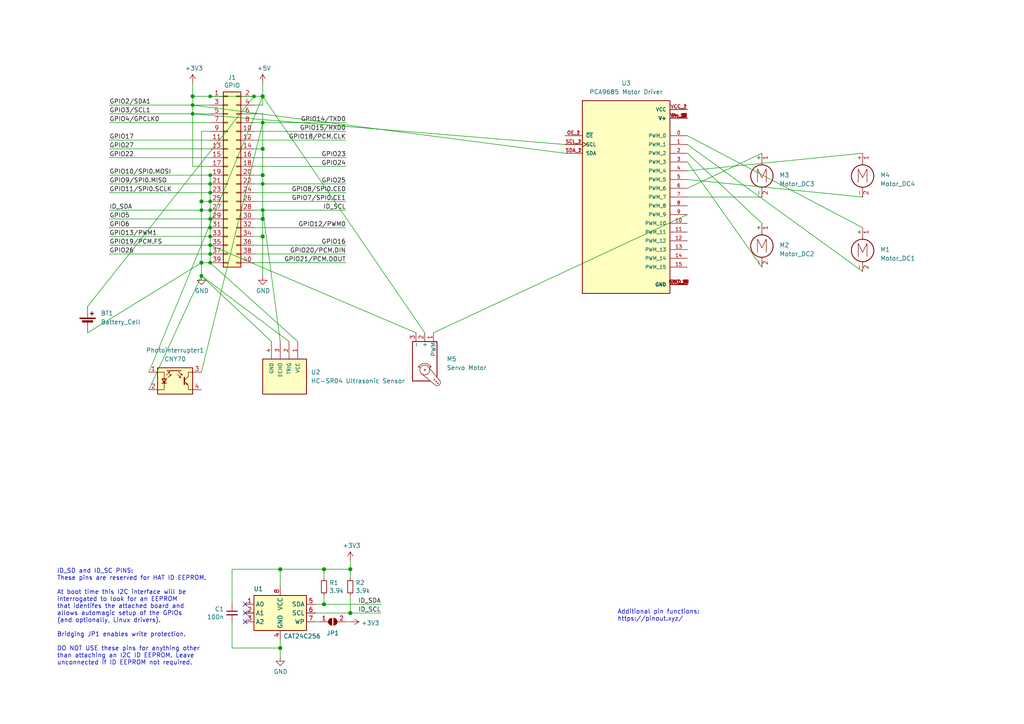
<source format=kicad_sch>
(kicad_sch (version 20231120) (generator "eeschema") (generator_version "8.0")
  (paper "A4")
  (title_block (date "15 nov 2012"))
  (lib_symbols
    (symbol "815:815" (pin_names (offset 1.016))
      (property "Reference" "U" (at -12.7 28.702 0))
      (property "Value" "815" (at -12.7 -30.48 0))
      (symbol "815_0_0"
        (rectangle (start -12.7 -27.94) (end 12.7 27.94) (stroke (width 0.254)) (fill (type background)))
        (pin output line (at 17.78 17.78 180) (length 5.08) (name "PWM_0") (number "0"))
        (pin output line (at 17.78 15.24 180) (length 5.08) (name "PWM_1") (number "1"))
        (pin output line (at 17.78 -7.62 180) (length 5.08) (name "PWM_10") (number "10"))
        (pin output line (at 17.78 -10.16 180) (length 5.08) (name "PWM_11") (number "11"))
        (pin output line (at 17.78 -12.7 180) (length 5.08) (name "PWM_12") (number "12"))
        (pin output line (at 17.78 -15.24 180) (length 5.08) (name "PWM_13") (number "13"))
        (pin output line (at 17.78 -17.78 180) (length 5.08) (name "PWM_14") (number "14"))
        (pin output line (at 17.78 -20.32 180) (length 5.08) (name "PWM_15") (number "15"))
        (pin output line (at 17.78 12.7 180) (length 5.08) (name "PWM_2") (number "2"))
        (pin output line (at 17.78 10.16 180) (length 5.08) (name "PWM_3") (number "3"))
        (pin output line (at 17.78 7.62 180) (length 5.08) (name "PWM_4") (number "4"))
        (pin output line (at 17.78 5.08 180) (length 5.08) (name "PWM_5") (number "5"))
        (pin output line (at 17.78 2.54 180) (length 5.08) (name "PWM_6") (number "6"))
        (pin output line (at 17.78 0 180) (length 5.08) (name "PWM_7") (number "7"))
        (pin output line (at 17.78 -2.54 180) (length 5.08) (name "PWM_8") (number "8"))
        (pin output line (at 17.78 -5.08 180) (length 5.08) (name "PWM_9") (number "9"))
        (pin power_in line (at 17.78 -25.4 180) (length 5.08) (name "GND") (number "GND_1"))
        (pin power_in line (at 17.78 -25.4 180) (length 5.08) (name "GND") (number "GND_10"))
        (pin power_in line (at 17.78 -25.4 180) (length 5.08) (name "GND") (number "GND_11"))
        (pin power_in line (at 17.78 -25.4 180) (length 5.08) (name "GND") (number "GND_12"))
        (pin power_in line (at 17.78 -25.4 180) (length 5.08) (name "GND") (number "GND_13"))
        (pin power_in line (at 17.78 -25.4 180) (length 5.08) (name "GND") (number "GND_14"))
        (pin power_in line (at 17.78 -25.4 180) (length 5.08) (name "GND") (number "GND_15"))
        (pin power_in line (at 17.78 -25.4 180) (length 5.08) (name "GND") (number "GND_16"))
        (pin power_in line (at 17.78 -25.4 180) (length 5.08) (name "GND") (number "GND_17"))
        (pin power_in line (at 17.78 -25.4 180) (length 5.08) (name "GND") (number "GND_18"))
        (pin power_in line (at 17.78 -25.4 180) (length 5.08) (name "GND") (number "GND_2"))
        (pin power_in line (at 17.78 -25.4 180) (length 5.08) (name "GND") (number "GND_3"))
        (pin power_in line (at 17.78 -25.4 180) (length 5.08) (name "GND") (number "GND_4"))
        (pin power_in line (at 17.78 -25.4 180) (length 5.08) (name "GND") (number "GND_5"))
        (pin power_in line (at 17.78 -25.4 180) (length 5.08) (name "GND") (number "GND_6"))
        (pin power_in line (at 17.78 -25.4 180) (length 5.08) (name "GND") (number "GND_7"))
        (pin power_in line (at 17.78 -25.4 180) (length 5.08) (name "GND") (number "GND_8"))
        (pin power_in line (at 17.78 -25.4 180) (length 5.08) (name "GND") (number "GND_9"))
        (pin input line (at -17.78 17.78 0) (length 5.08) (name "~{OE}") (number "OE_1"))
        (pin input line (at -17.78 17.78 0) (length 5.08) (name "~{OE}") (number "OE_2"))
        (pin input clock (at -17.78 15.24 0) (length 5.08) (name "SCL") (number "SCL_1"))
        (pin input clock (at -17.78 15.24 0) (length 5.08) (name "SCL") (number "SCL_2"))
        (pin bidirectional line (at -17.78 12.7 0) (length 5.08) (name "SDA") (number "SDA_1"))
        (pin bidirectional line (at -17.78 12.7 0) (length 5.08) (name "SDA") (number "SDA_2"))
        (pin power_in line (at 17.78 22.86 180) (length 5.08) (name "V+") (number "V+_1"))
        (pin power_in line (at 17.78 22.86 180) (length 5.08) (name "V+") (number "V+_10"))
        (pin power_in line (at 17.78 22.86 180) (length 5.08) (name "V+") (number "V+_11"))
        (pin power_in line (at 17.78 22.86 180) (length 5.08) (name "V+") (number "V+_12"))
        (pin power_in line (at 17.78 22.86 180) (length 5.08) (name "V+") (number "V+_13"))
        (pin power_in line (at 17.78 22.86 180) (length 5.08) (name "V+") (number "V+_14"))
        (pin power_in line (at 17.78 22.86 180) (length 5.08) (name "V+") (number "V+_15"))
        (pin power_in line (at 17.78 22.86 180) (length 5.08) (name "V+") (number "V+_16"))
        (pin power_in line (at 17.78 22.86 180) (length 5.08) (name "V+") (number "V+_17"))
        (pin power_in line (at 17.78 22.86 180) (length 5.08) (name "V+") (number "V+_18"))
        (pin power_in line (at 17.78 22.86 180) (length 5.08) (name "V+") (number "V+_2"))
        (pin power_in line (at 17.78 22.86 180) (length 5.08) (name "V+") (number "V+_3"))
        (pin power_in line (at 17.78 22.86 180) (length 5.08) (name "V+") (number "V+_4"))
        (pin power_in line (at 17.78 22.86 180) (length 5.08) (name "V+") (number "V+_5"))
        (pin power_in line (at 17.78 22.86 180) (length 5.08) (name "V+") (number "V+_6"))
        (pin power_in line (at 17.78 22.86 180) (length 5.08) (name "V+") (number "V+_7"))
        (pin power_in line (at 17.78 22.86 180) (length 5.08) (name "V+") (number "V+_8"))
        (pin power_in line (at 17.78 22.86 180) (length 5.08) (name "V+") (number "V+_9"))
        (pin power_in line (at 17.78 25.4 180) (length 5.08) (name "VCC") (number "VCC_1"))
        (pin power_in line (at 17.78 25.4 180) (length 5.08) (name "VCC") (number "VCC_2"))
      )
    )
    (symbol "Connector_Generic:Conn_02x20_Odd_Even" (pin_names (offset 1.016) hide)
      (property "Reference" "J" (at 1.27 25.4 0))
      (property "Value" "Conn_02x20_Odd_Even" (at 1.27 -27.94 0))
      (symbol "Conn_02x20_Odd_Even_1_1"
        (rectangle (start -1.27 -25.273) (end 0 -25.527) (stroke (width 0.1524)))
        (rectangle (start -1.27 -22.733) (end 0 -22.987) (stroke (width 0.1524)))
        (rectangle (start -1.27 -20.193) (end 0 -20.447) (stroke (width 0.1524)))
        (rectangle (start -1.27 -17.653) (end 0 -17.907) (stroke (width 0.1524)))
        (rectangle (start -1.27 -15.113) (end 0 -15.367) (stroke (width 0.1524)))
        (rectangle (start -1.27 -12.573) (end 0 -12.827) (stroke (width 0.1524)))
        (rectangle (start -1.27 -10.033) (end 0 -10.287) (stroke (width 0.1524)))
        (rectangle (start -1.27 -7.493) (end 0 -7.747) (stroke (width 0.1524)))
        (rectangle (start -1.27 -4.953) (end 0 -5.207) (stroke (width 0.1524)))
        (rectangle (start -1.27 -2.413) (end 0 -2.667) (stroke (width 0.1524)))
        (rectangle (start -1.27 0.127) (end 0 -0.127) (stroke (width 0.1524)))
        (rectangle (start -1.27 2.667) (end 0 2.413) (stroke (width 0.1524)))
        (rectangle (start -1.27 5.207) (end 0 4.953) (stroke (width 0.1524)))
        (rectangle (start -1.27 7.747) (end 0 7.493) (stroke (width 0.1524)))
        (rectangle (start -1.27 10.287) (end 0 10.033) (stroke (width 0.1524)))
        (rectangle (start -1.27 12.827) (end 0 12.573) (stroke (width 0.1524)))
        (rectangle (start -1.27 15.367) (end 0 15.113) (stroke (width 0.1524)))
        (rectangle (start -1.27 17.907) (end 0 17.653) (stroke (width 0.1524)))
        (rectangle (start -1.27 20.447) (end 0 20.193) (stroke (width 0.1524)))
        (rectangle (start -1.27 22.987) (end 0 22.733) (stroke (width 0.1524)))
        (rectangle (start -1.27 24.13) (end 3.81 -26.67) (stroke (width 0.254)) (fill (type background)))
        (rectangle (start 3.81 -25.273) (end 2.54 -25.527) (stroke (width 0.1524)))
        (rectangle (start 3.81 -22.733) (end 2.54 -22.987) (stroke (width 0.1524)))
        (rectangle (start 3.81 -20.193) (end 2.54 -20.447) (stroke (width 0.1524)))
        (rectangle (start 3.81 -17.653) (end 2.54 -17.907) (stroke (width 0.1524)))
        (rectangle (start 3.81 -15.113) (end 2.54 -15.367) (stroke (width 0.1524)))
        (rectangle (start 3.81 -12.573) (end 2.54 -12.827) (stroke (width 0.1524)))
        (rectangle (start 3.81 -10.033) (end 2.54 -10.287) (stroke (width 0.1524)))
        (rectangle (start 3.81 -7.493) (end 2.54 -7.747) (stroke (width 0.1524)))
        (rectangle (start 3.81 -4.953) (end 2.54 -5.207) (stroke (width 0.1524)))
        (rectangle (start 3.81 -2.413) (end 2.54 -2.667) (stroke (width 0.1524)))
        (rectangle (start 3.81 0.127) (end 2.54 -0.127) (stroke (width 0.1524)))
        (rectangle (start 3.81 2.667) (end 2.54 2.413) (stroke (width 0.1524)))
        (rectangle (start 3.81 5.207) (end 2.54 4.953) (stroke (width 0.1524)))
        (rectangle (start 3.81 7.747) (end 2.54 7.493) (stroke (width 0.1524)))
        (rectangle (start 3.81 10.287) (end 2.54 10.033) (stroke (width 0.1524)))
        (rectangle (start 3.81 12.827) (end 2.54 12.573) (stroke (width 0.1524)))
        (rectangle (start 3.81 15.367) (end 2.54 15.113) (stroke (width 0.1524)))
        (rectangle (start 3.81 17.907) (end 2.54 17.653) (stroke (width 0.1524)))
        (rectangle (start 3.81 20.447) (end 2.54 20.193) (stroke (width 0.1524)))
        (rectangle (start 3.81 22.987) (end 2.54 22.733) (stroke (width 0.1524)))
        (pin passive line (at -5.08 22.86 0) (length 3.81) (name "Pin_1") (number "1"))
        (pin passive line (at 7.62 12.7 180) (length 3.81) (name "Pin_10") (number "10"))
        (pin passive line (at -5.08 10.16 0) (length 3.81) (name "Pin_11") (number "11"))
        (pin passive line (at 7.62 10.16 180) (length 3.81) (name "Pin_12") (number "12"))
        (pin passive line (at -5.08 7.62 0) (length 3.81) (name "Pin_13") (number "13"))
        (pin passive line (at 7.62 7.62 180) (length 3.81) (name "Pin_14") (number "14"))
        (pin passive line (at -5.08 5.08 0) (length 3.81) (name "Pin_15") (number "15"))
        (pin passive line (at 7.62 5.08 180) (length 3.81) (name "Pin_16") (number "16"))
        (pin passive line (at -5.08 2.54 0) (length 3.81) (name "Pin_17") (number "17"))
        (pin passive line (at 7.62 2.54 180) (length 3.81) (name "Pin_18") (number "18"))
        (pin passive line (at -5.08 0 0) (length 3.81) (name "Pin_19") (number "19"))
        (pin passive line (at 7.62 22.86 180) (length 3.81) (name "Pin_2") (number "2"))
        (pin passive line (at 7.62 0 180) (length 3.81) (name "Pin_20") (number "20"))
        (pin passive line (at -5.08 -2.54 0) (length 3.81) (name "Pin_21") (number "21"))
        (pin passive line (at 7.62 -2.54 180) (length 3.81) (name "Pin_22") (number "22"))
        (pin passive line (at -5.08 -5.08 0) (length 3.81) (name "Pin_23") (number "23"))
        (pin passive line (at 7.62 -5.08 180) (length 3.81) (name "Pin_24") (number "24"))
        (pin passive line (at -5.08 -7.62 0) (length 3.81) (name "Pin_25") (number "25"))
        (pin passive line (at 7.62 -7.62 180) (length 3.81) (name "Pin_26") (number "26"))
        (pin passive line (at -5.08 -10.16 0) (length 3.81) (name "Pin_27") (number "27"))
        (pin passive line (at 7.62 -10.16 180) (length 3.81) (name "Pin_28") (number "28"))
        (pin passive line (at -5.08 -12.7 0) (length 3.81) (name "Pin_29") (number "29"))
        (pin passive line (at -5.08 20.32 0) (length 3.81) (name "Pin_3") (number "3"))
        (pin passive line (at 7.62 -12.7 180) (length 3.81) (name "Pin_30") (number "30"))
        (pin passive line (at -5.08 -15.24 0) (length 3.81) (name "Pin_31") (number "31"))
        (pin passive line (at 7.62 -15.24 180) (length 3.81) (name "Pin_32") (number "32"))
        (pin passive line (at -5.08 -17.78 0) (length 3.81) (name "Pin_33") (number "33"))
        (pin passive line (at 7.62 -17.78 180) (length 3.81) (name "Pin_34") (number "34"))
        (pin passive line (at -5.08 -20.32 0) (length 3.81) (name "Pin_35") (number "35"))
        (pin passive line (at 7.62 -20.32 180) (length 3.81) (name "Pin_36") (number "36"))
        (pin passive line (at -5.08 -22.86 0) (length 3.81) (name "Pin_37") (number "37"))
        (pin passive line (at 7.62 -22.86 180) (length 3.81) (name "Pin_38") (number "38"))
        (pin passive line (at -5.08 -25.4 0) (length 3.81) (name "Pin_39") (number "39"))
        (pin passive line (at 7.62 20.32 180) (length 3.81) (name "Pin_4") (number "4"))
        (pin passive line (at 7.62 -25.4 180) (length 3.81) (name "Pin_40") (number "40"))
        (pin passive line (at -5.08 17.78 0) (length 3.81) (name "Pin_5") (number "5"))
        (pin passive line (at 7.62 17.78 180) (length 3.81) (name "Pin_6") (number "6"))
        (pin passive line (at -5.08 15.24 0) (length 3.81) (name "Pin_7") (number "7"))
        (pin passive line (at 7.62 15.24 180) (length 3.81) (name "Pin_8") (number "8"))
        (pin passive line (at -5.08 12.7 0) (length 3.81) (name "Pin_9") (number "9"))
      )
    )
    (symbol "Device:Battery_Cell" (pin_numbers hide) (pin_names (offset 0) hide)
      (property "Reference" "BT" (at 2.54 2.54 0))
      (property "Value" "Battery_Cell" (at 2.54 0 0))
      (symbol "Battery_Cell_0_1"
        (rectangle (start -2.286 1.778) (end 2.286 1.524) (fill (type outline)))
        (rectangle (start -1.524 1.016) (end 1.524 0.508) (fill (type outline)))
        (polyline (pts (xy 0 0.762) (xy 0 0)))
        (polyline (pts (xy 0 1.778) (xy 0 2.54)))
        (polyline (pts (xy 0.762 3.048) (xy 1.778 3.048)) (stroke (width 0.254)))
        (polyline (pts (xy 1.27 3.556) (xy 1.27 2.54)) (stroke (width 0.254)))
      )
      (symbol "Battery_Cell_1_1"
        (pin passive line (at 0 5.08 270) (length 2.54) (name "+") (number "1"))
        (pin passive line (at 0 -2.54 90) (length 2.54) (name "-") (number "2"))
      )
    )
    (symbol "Device:C_Small" (pin_numbers hide) (pin_names (offset 0.254) hide)
      (property "Reference" "C" (at 0.254 1.778 0))
      (property "Value" "C_Small" (at 0.254 -2.032 0))
      (symbol "C_Small_0_1"
        (polyline (pts (xy -1.524 -0.508) (xy 1.524 -0.508)) (stroke (width 0.3302)))
        (polyline (pts (xy -1.524 0.508) (xy 1.524 0.508)) (stroke (width 0.3048)))
      )
      (symbol "C_Small_1_1"
        (pin passive line (at 0 2.54 270) (length 2.032) (name "~") (number "1"))
        (pin passive line (at 0 -2.54 90) (length 2.032) (name "~") (number "2"))
      )
    )
    (symbol "Device:R_Small" (pin_numbers hide) (pin_names (offset 0.254) hide)
      (property "Reference" "R" (at 0.762 0.508 0))
      (property "Value" "R_Small" (at 0.762 -1.016 0))
      (symbol "R_Small_0_1"
        (rectangle (start -0.762 1.778) (end 0.762 -1.778) (stroke (width 0.2032)))
      )
      (symbol "R_Small_1_1"
        (pin passive line (at 0 2.54 270) (length 0.762) (name "~") (number "1"))
        (pin passive line (at 0 -2.54 90) (length 0.762) (name "~") (number "2"))
      )
    )
    (symbol "HC-SR04:HC-SR04" (pin_names (offset 1.016))
      (property "Reference" "U" (at 0 5.0813 0))
      (property "Value" "HC-SR04" (at 0 -10.163 0))
      (symbol "HC-SR04_0_0"
        (rectangle (start 0 -7.62) (end 10.16 5.08) (stroke (width 0.254)) (fill (type background)))
        (pin power_in line (at -5.08 2.54 0) (length 5.08) (name "VCC") (number "1"))
        (pin bidirectional line (at -5.08 0 0) (length 5.08) (name "TRIG") (number "2"))
        (pin bidirectional line (at -5.08 -2.54 0) (length 5.08) (name "ECHO") (number "3"))
        (pin power_in line (at -5.08 -5.08 0) (length 5.08) (name "GND") (number "4"))
      )
    )
    (symbol "Jumper:SolderJumper_2_Open" (pin_names (offset 0) hide)
      (property "Reference" "JP" (at 0 2.032 0))
      (property "Value" "SolderJumper_2_Open" (at 0 -2.54 0))
      (symbol "SolderJumper_2_Open_0_1"
        (arc (start -0.254 1.016) (mid -1.2656 0) (end -0.254 -1.016))
        (arc (start -0.254 1.016) (mid -1.2656 0) (end -0.254 -1.016) (fill (type outline)))
        (polyline (pts (xy -0.254 1.016) (xy -0.254 -1.016)))
        (polyline (pts (xy 0.254 1.016) (xy 0.254 -1.016)))
        (arc (start 0.254 -1.016) (mid 1.2656 0) (end 0.254 1.016))
        (arc (start 0.254 -1.016) (mid 1.2656 0) (end 0.254 1.016) (fill (type outline)))
      )
      (symbol "SolderJumper_2_Open_1_1"
        (pin passive line (at -3.81 0 0) (length 2.54) (name "A") (number "1"))
        (pin passive line (at 3.81 0 180) (length 2.54) (name "B") (number "2"))
      )
    )
    (symbol "Memory_EEPROM:CAT24C256"
      (property "Reference" "U" (at -6.35 6.35 0))
      (property "Value" "CAT24C256" (at 1.27 6.35 0))
      (symbol "CAT24C256_1_1"
        (rectangle (start -7.62 5.08) (end 7.62 -5.08) (stroke (width 0.254)) (fill (type background)))
        (pin input line (at -10.16 2.54 0) (length 2.54) (name "A0") (number "1"))
        (pin input line (at -10.16 0 0) (length 2.54) (name "A1") (number "2"))
        (pin input line (at -10.16 -2.54 0) (length 2.54) (name "A2") (number "3"))
        (pin power_in line (at 0 -7.62 90) (length 2.54) (name "GND") (number "4"))
        (pin bidirectional line (at 10.16 2.54 180) (length 2.54) (name "SDA") (number "5"))
        (pin input line (at 10.16 0 180) (length 2.54) (name "SCL") (number "6"))
        (pin input line (at 10.16 -2.54 180) (length 2.54) (name "WP") (number "7"))
        (pin power_in line (at 0 7.62 270) (length 2.54) (name "VCC") (number "8"))
      )
    )
    (symbol "Motor:Motor_DC" (pin_names (offset 0))
      (property "Reference" "M" (at 2.54 2.54 0))
      (property "Value" "Motor_DC" (at 2.54 -5.08 0))
      (symbol "Motor_DC_0_0"
        (polyline (pts (xy -1.27 -3.302) (xy -1.27 0.508) (xy 0 -2.032) (xy 1.27 0.508) (xy 1.27 -3.302)))
      )
      (symbol "Motor_DC_0_1"
        (circle (center 0 -1.524) (radius 3.2512) (stroke (width 0.254)))
        (polyline (pts (xy 0 -7.62) (xy 0 -7.112)))
        (polyline (pts (xy 0 -4.7752) (xy 0 -5.1816)))
        (polyline (pts (xy 0 1.7272) (xy 0 2.0828)))
        (polyline (pts (xy 0 2.032) (xy 0 2.54)))
      )
      (symbol "Motor_DC_1_1"
        (pin passive line (at 0 5.08 270) (length 2.54) (name "+") (number "1"))
        (pin passive line (at 0 -7.62 90) (length 2.54) (name "-") (number "2"))
      )
    )
    (symbol "Motor:Motor_Servo" (pin_names (offset 0.0254))
      (property "Reference" "M" (at -5.08 4.445 0))
      (property "Value" "Motor_Servo" (at -5.08 -4.064 0))
      (symbol "Motor_Servo_0_1"
        (polyline (pts (xy 2.413 -1.778) (xy 2.032 -1.778)))
        (polyline (pts (xy 2.413 -1.778) (xy 2.286 -1.397)))
        (polyline (pts (xy 2.413 1.778) (xy 1.905 1.778)))
        (polyline (pts (xy 2.413 1.778) (xy 2.286 1.397)))
        (polyline (pts (xy 6.35 4.445) (xy 2.54 1.27)))
        (polyline (pts (xy 7.62 3.175) (xy 4.191 -1.016)))
        (polyline (pts (xy 5.08 3.556) (xy -5.08 3.556) (xy -5.08 -3.556) (xy 6.35 -3.556) (xy 6.35 1.524)) (stroke (width 0.254)))
        (arc (start 2.413 1.778) (mid 1.2406 0) (end 2.413 -1.778))
        (circle (center 3.175 0) (radius 0.1778))
        (circle (center 3.175 0) (radius 1.4224))
        (circle (center 5.969 2.794) (radius 0.127))
        (circle (center 6.477 3.302) (radius 0.127))
        (circle (center 6.985 3.81) (radius 0.127))
        (arc (start 7.62 3.175) (mid 7.4485 4.2735) (end 6.35 4.445))
      )
      (symbol "Motor_Servo_1_1"
        (pin passive line (at -7.62 2.54 0) (length 2.54) (name "PWM") (number "1"))
        (pin passive line (at -7.62 0 0) (length 2.54) (name "+") (number "2"))
        (pin passive line (at -7.62 -2.54 0) (length 2.54) (name "-") (number "3"))
      )
    )
    (symbol "Sensor_Proximity:CNY70" (pin_names (offset 1.016) hide)
      (property "Reference" "U" (at -5.08 5.08 0))
      (property "Value" "CNY70" (at 5.08 5.08 0))
      (symbol "CNY70_0_1"
        (polyline (pts (xy -3.81 -0.635) (xy -2.54 -0.635)) (stroke (width 0.254)))
        (polyline (pts (xy -2.286 2.921) (xy -2.032 3.175)))
        (polyline (pts (xy -1.778 2.921) (xy -1.524 3.175)))
        (polyline (pts (xy -1.524 2.667) (xy -1.651 2.159)))
        (polyline (pts (xy -1.27 2.921) (xy -1.016 3.175)))
        (polyline (pts (xy -1.143 1.905) (xy -1.27 1.397)))
        (polyline (pts (xy -0.762 2.921) (xy -0.508 3.175)))
        (polyline (pts (xy -0.254 2.921) (xy 0 3.175)))
        (polyline (pts (xy 0.254 2.921) (xy 0.508 3.175)))
        (polyline (pts (xy 0.762 2.921) (xy 1.016 3.175)))
        (polyline (pts (xy 1.27 2.921) (xy 1.524 3.175)))
        (polyline (pts (xy 1.651 0.889) (xy 1.143 1.016)))
        (polyline (pts (xy 1.778 2.921) (xy -2.413 2.921)))
        (polyline (pts (xy 2.032 1.651) (xy 1.524 1.778)))
        (polyline (pts (xy 2.667 -0.127) (xy 3.81 -1.27)))
        (polyline (pts (xy 2.667 0.127) (xy 3.81 1.27)))
        (polyline (pts (xy -2.54 1.651) (xy -1.524 2.667) (xy -2.032 2.54)))
        (polyline (pts (xy -2.159 0.889) (xy -1.143 1.905) (xy -1.651 1.778)))
        (polyline (pts (xy 0.635 1.905) (xy 1.651 0.889) (xy 1.524 1.397)))
        (polyline (pts (xy 1.016 2.667) (xy 2.032 1.651) (xy 1.905 2.159)))
        (polyline (pts (xy 2.667 1.016) (xy 2.667 -1.016) (xy 2.667 -1.016)) (stroke (width 0.3556)))
        (polyline (pts (xy 3.81 -1.27) (xy 3.81 -2.54) (xy 5.08 -2.54)))
        (polyline (pts (xy 3.81 1.27) (xy 3.81 2.54) (xy 5.08 2.54)))
        (polyline (pts (xy -5.08 -2.54) (xy -3.175 -2.54) (xy -3.175 2.54) (xy -5.08 2.54)))
        (polyline (pts (xy -3.175 -0.635) (xy -3.81 0.635) (xy -2.54 0.635) (xy -3.175 -0.635)) (stroke (width 0.254)))
        (polyline (pts (xy 3.683 -1.143) (xy 3.429 -0.635) (xy 3.175 -0.889) (xy 3.683 -1.143)))
        (polyline (pts (xy -5.08 -3.81) (xy 5.08 -3.81) (xy 5.08 3.81) (xy -5.08 3.81) (xy -5.08 -3.81)) (stroke (width 0.254)) (fill (type background)))
      )
      (symbol "CNY70_1_1"
        (pin passive line (at -7.62 2.54 0) (length 2.54) (name "A") (number "1"))
        (pin passive line (at -7.62 -2.54 0) (length 2.54) (name "K") (number "2"))
        (pin open_collector line (at 7.62 2.54 180) (length 2.54) (name "C") (number "3"))
        (pin open_emitter line (at 7.62 -2.54 180) (length 2.54) (name "E") (number "4"))
      )
    )
    (symbol "power:+3.3V" (power) (pin_names (offset 0))
      (property "Value" "+3.3V" (at 0 3.556 0))
      (symbol "+3.3V_0_1"
        (polyline (pts (xy -0.762 1.27) (xy 0 2.54)))
        (polyline (pts (xy 0 0) (xy 0 2.54)))
        (polyline (pts (xy 0 2.54) (xy 0.762 1.27)))
      )
      (symbol "+3.3V_1_1"
        (pin power_in line (at 0 0 90) (length 0) hide (name "+3V3") (number "1"))
      )
    )
    (symbol "power:+5V" (power) (pin_names (offset 0))
      (property "Value" "+5V" (at 0 3.556 0))
      (symbol "+5V_0_1"
        (polyline (pts (xy -0.762 1.27) (xy 0 2.54)))
        (polyline (pts (xy 0 0) (xy 0 2.54)))
        (polyline (pts (xy 0 2.54) (xy 0.762 1.27)))
      )
      (symbol "+5V_1_1"
        (pin power_in line (at 0 0 90) (length 0) hide (name "+5V") (number "1"))
      )
    )
    (symbol "power:GND" (power) (pin_names (offset 0))
      (property "Value" "GND" (at 0 -3.81 0))
      (symbol "GND_0_1"
        (polyline (pts (xy 0 0) (xy 0 -1.27) (xy 1.27 -1.27) (xy 0 -2.54) (xy -1.27 -1.27) (xy 0 -1.27)))
      )
      (symbol "GND_1_1"
        (pin power_in line (at 0 0 270) (length 0) hide (name "GND") (number "1"))
      )
    )
  )
  (junction (at 93.98 175.26) (diameter 1.016))
  (junction (at 76.2 27.94) (diameter 1.016))
  (junction (at 81.28 187.96) (diameter 1.016))
  (junction (at 60.96 55.88))
  (junction (at 76.2 43.18) (diameter 1.016))
  (junction (at 81.28 165.1) (diameter 1.016))
  (junction (at 60.96 50.8))
  (junction (at 60.96 58.42))
  (junction (at 60.96 76.2))
  (junction (at 55.88 33.02))
  (junction (at 76.2 60.96))
  (junction (at 101.6 165.1) (diameter 1.016))
  (junction (at 58.42 80.01))
  (junction (at 76.2 53.34))
  (junction (at 60.96 71.12))
  (junction (at 55.88 30.48))
  (junction (at 60.96 27.94))
  (junction (at 58.42 76.2) (diameter 1.016))
  (junction (at 60.96 68.58))
  (junction (at 58.42 58.42) (diameter 1.016))
  (junction (at 76.2 68.58) (diameter 1.016))
  (junction (at 60.96 66.04))
  (junction (at 60.96 63.5))
  (junction (at 76.2 35.56))
  (junction (at 73.66 27.94))
  (junction (at 60.96 60.96))
  (junction (at 76.2 63.5) (diameter 1.016))
  (junction (at 76.2 50.8) (diameter 1.016))
  (junction (at 101.6 177.8) (diameter 1.016))
  (junction (at 60.96 73.66))
  (junction (at 60.96 53.34))
  (junction (at 58.42 60.96))
  (junction (at 55.88 27.94) (diameter 1.016))
  (junction (at 93.98 165.1) (diameter 1.016))
  (no_connect (at 71.12 175.26))
  (no_connect (at 71.12 177.8))
  (no_connect (at 71.12 180.34))
  (wire (pts (xy 58.42 58.42) (xy 58.42 60.96)))
  (wire (pts (xy 73.66 58.42) (xy 100.33 58.42)))
  (wire (pts (xy 60.96 40.64) (xy 31.75 40.64)))
  (wire (pts (xy 81.28 165.1) (xy 93.98 165.1)))
  (wire (pts (xy 101.6 165.1) (xy 93.98 165.1)))
  (wire (pts (xy 101.6 167.64) (xy 101.6 165.1)))
  (wire (pts (xy 76.2 33.02) (xy 76.2 35.56)))
  (wire (pts (xy 76.2 50.8) (xy 73.66 50.8)))
  (wire (pts (xy 58.42 80.01) (xy 78.74 99.06)))
  (wire (pts (xy 220.98 77.47) (xy 199.39 46.99)))
  (wire (pts (xy 76.2 63.5) (xy 76.2 68.58)))
  (wire (pts (xy 25.4 96.52) (xy 58.42 76.2)))
  (wire (pts (xy 60.96 60.96) (xy 60.96 58.42)))
  (wire (pts (xy 55.88 33.02) (xy 55.88 48.26)))
  (wire (pts (xy 60.96 68.58) (xy 60.96 66.04)))
  (wire (pts (xy 55.88 33.02) (xy 60.96 33.02)))
  (wire (pts (xy 76.2 50.8) (xy 76.2 53.34)))
  (wire (pts (xy 73.66 35.56) (xy 76.2 35.56)))
  (wire (pts (xy 58.42 38.1) (xy 58.42 58.42)))
  (wire (pts (xy 91.44 175.26) (xy 93.98 175.26)))
  (wire (pts (xy 93.98 175.26) (xy 110.49 175.26)))
  (wire (pts (xy 76.2 60.96) (xy 73.66 60.96)))
  (wire (pts (xy 220.98 64.77) (xy 199.39 44.45)))
  (wire (pts (xy 58.42 38.1) (xy 60.96 38.1)))
  (wire (pts (xy 91.44 180.34) (xy 92.71 180.34)))
  (wire (pts (xy 100.33 180.34) (xy 101.6 180.34)))
  (wire (pts (xy 73.66 55.88) (xy 100.33 55.88)))
  (wire (pts (xy 120.65 96.52) (xy 60.96 71.12)))
  (wire (pts (xy 60.96 60.96) (xy 58.42 60.96)))
  (wire (pts (xy 60.96 73.66) (xy 60.96 71.12)))
  (wire (pts (xy 31.75 63.5) (xy 60.96 63.5)))
  (wire (pts (xy 58.42 58.42) (xy 60.96 58.42)))
  (wire (pts (xy 101.6 162.56) (xy 101.6 165.1)))
  (wire (pts (xy 73.66 45.72) (xy 100.33 45.72)))
  (wire (pts (xy 81.28 165.1) (xy 81.28 170.18)))
  (wire (pts (xy 58.42 76.2) (xy 58.42 60.96)))
  (wire (pts (xy 73.66 76.2) (xy 100.33 76.2)))
  (wire (pts (xy 58.42 76.2) (xy 58.42 80.01)))
  (wire (pts (xy 31.75 43.18) (xy 60.96 43.18)))
  (wire (pts (xy 101.6 172.72) (xy 101.6 177.8)))
  (wire (pts (xy 55.88 24.13) (xy 55.88 27.94)))
  (wire (pts (xy 125.73 96.52) (xy 199.39 62.23)))
  (wire (pts (xy 76.2 68.58) (xy 73.66 68.58)))
  (wire (pts (xy 31.75 33.02) (xy 55.88 33.02)))
  (wire (pts (xy 55.88 30.48) (xy 55.88 33.02)))
  (wire (pts (xy 60.96 63.5) (xy 60.96 60.96)))
  (wire (pts (xy 76.2 35.56) (xy 76.2 43.18)))
  (wire (pts (xy 60.96 53.34) (xy 60.96 50.8)))
  (wire (pts (xy 31.75 55.88) (xy 60.96 55.88)))
  (wire (pts (xy 25.4 88.9) (xy 73.66 27.94)))
  (wire (pts (xy 55.88 48.26) (xy 60.96 48.26)))
  (wire (pts (xy 60.96 58.42) (xy 60.96 55.88)))
  (wire (pts (xy 60.96 30.48) (xy 55.88 30.48)))
  (wire (pts (xy 76.2 27.94) (xy 76.2 30.48)))
  (wire (pts (xy 76.2 43.18) (xy 76.2 50.8)))
  (wire (pts (xy 73.66 40.64) (xy 100.33 40.64)))
  (wire (pts (xy 76.2 43.18) (xy 73.66 43.18)))
  (wire (pts (xy 76.2 24.13) (xy 76.2 27.94)))
  (wire (pts (xy 31.75 35.56) (xy 60.96 35.56)))
  (wire (pts (xy 93.98 165.1) (xy 93.98 167.64)))
  (wire (pts (xy 76.2 27.94) (xy 73.66 27.94)))
  (wire (pts (xy 55.88 27.94) (xy 55.88 30.48)))
  (wire (pts (xy 73.66 48.26) (xy 100.33 48.26)))
  (wire (pts (xy 73.66 38.1) (xy 100.33 38.1)))
  (wire (pts (xy 55.88 30.48) (xy 31.75 30.48)))
  (wire (pts (xy 93.98 172.72) (xy 93.98 175.26)))
  (wire (pts (xy 58.42 60.96) (xy 31.75 60.96)))
  (wire (pts (xy 91.44 177.8) (xy 101.6 177.8)))
  (wire (pts (xy 101.6 177.8) (xy 110.49 177.8)))
  (wire (pts (xy 76.2 60.96) (xy 76.2 63.5)))
  (wire (pts (xy 31.75 45.72) (xy 60.96 45.72)))
  (wire (pts (xy 220.98 44.45) (xy 199.39 54.61)))
  (wire (pts (xy 31.75 53.34) (xy 60.96 53.34)))
  (wire (pts (xy 199.39 39.37) (xy 250.19 66.04)))
  (wire (pts (xy 31.75 66.04) (xy 60.96 66.04)))
  (wire (pts (xy 73.66 27.94) (xy 60.96 27.94)))
  (wire (pts (xy 76.2 30.48) (xy 73.66 30.48)))
  (wire (pts (xy 76.2 53.34) (xy 76.2 60.96)))
  (wire (pts (xy 250.19 57.15) (xy 199.39 52.07)))
  (wire (pts (xy 31.75 71.12) (xy 60.96 71.12)))
  (wire (pts (xy 83.82 99.06) (xy 58.42 80.01)))
  (wire (pts (xy 73.66 71.12) (xy 100.33 71.12)))
  (wire (pts (xy 73.66 66.04) (xy 100.33 66.04)))
  (wire (pts (xy 58.42 76.2) (xy 60.96 76.2)))
  (wire (pts (xy 73.66 73.66) (xy 100.33 73.66)))
  (wire (pts (xy 76.2 33.02) (xy 73.66 33.02)))
  (wire (pts (xy 31.75 73.66) (xy 60.96 73.66)))
  (wire (pts (xy 43.18 107.95) (xy 76.2 27.94)))
  (wire (pts (xy 60.96 66.04) (xy 60.96 63.5)))
  (wire (pts (xy 67.31 165.1) (xy 67.31 175.26)))
  (wire (pts (xy 67.31 180.34) (xy 67.31 187.96)))
  (wire (pts (xy 67.31 187.96) (xy 81.28 187.96)))
  (wire (pts (xy 81.28 165.1) (xy 67.31 165.1)))
  (wire (pts (xy 81.28 185.42) (xy 81.28 187.96)))
  (wire (pts (xy 81.28 187.96) (xy 81.28 190.5)))
  (wire (pts (xy 163.83 41.91) (xy 55.88 33.02)))
  (wire (pts (xy 76.2 68.58) (xy 76.2 80.01)))
  (wire (pts (xy 60.96 55.88) (xy 60.96 53.34)))
  (wire (pts (xy 73.66 53.34) (xy 76.2 53.34)))
  (wire (pts (xy 60.96 68.58) (xy 31.75 68.58)))
  (wire (pts (xy 81.28 99.06) (xy 76.2 60.96)))
  (wire (pts (xy 76.2 35.56) (xy 100.33 35.56)))
  (wire (pts (xy 43.18 113.03) (xy 58.42 80.01)))
  (wire (pts (xy 58.42 107.95) (xy 76.2 35.56)))
  (wire (pts (xy 250.19 78.74) (xy 199.39 41.91)))
  (wire (pts (xy 60.96 76.2) (xy 60.96 73.66)))
  (wire (pts (xy 76.2 63.5) (xy 73.66 63.5)))
  (wire (pts (xy 123.19 96.52) (xy 76.2 27.94)))
  (wire (pts (xy 55.88 27.94) (xy 60.96 27.94)))
  (wire (pts (xy 199.39 57.15) (xy 220.98 57.15)))
  (wire (pts (xy 86.36 99.06) (xy 60.96 76.2)))
  (wire (pts (xy 250.19 44.45) (xy 199.39 49.53)))
  (wire (pts (xy 60.96 71.12) (xy 60.96 68.58)))
  (wire (pts (xy 163.83 44.45) (xy 55.88 30.48)))
  (wire (pts (xy 76.2 53.34) (xy 100.33 53.34)))
  (wire (pts (xy 60.96 50.8) (xy 31.75 50.8)))
  (wire (pts (xy 76.2 60.96) (xy 100.33 60.96)))
  (text "Additional pin functions:\nhttps://pinout.xyz/" (at 179.07 180.34 0) (effects (font (size 1.27 1.27)) (justify left bottom)))
  (text "ID_SD and ID_SC PINS:\nThese pins are reserved for HAT ID EEPROM.\n\nAt boot time this I2C interface will be\ninterrogated to look for an EEPROM\nthat identifes the attached board and\nallows automagic setup of the GPIOs\n(and optionally, Linux drivers).\n\nBridging JP1 enables write protection.\n\nDO NOT USE these pins for anything other\nthan attaching an I2C ID EEPROM. Leave\nunconnected if ID EEPROM not required." (at 16.51 193.04 0) (effects (font (size 1.27 1.27)) (justify left bottom)))
  (label "ID_SDA" (at 31.75 60.96 0))
  (label "GPIO6" (at 31.75 66.04 0))
  (label "ID_SDA" (at 110.49 175.26 180))
  (label "ID_SCL" (at 100.33 60.96 180))
  (label "GPIO5" (at 31.75 63.5 0))
  (label "GPIO21{slash}PCM.DOUT" (at 100.33 76.2 180))
  (label "GPIO19{slash}PCM.FS" (at 31.75 71.12 0))
  (label "GPIO10{slash}SPI0.MOSI" (at 31.75 50.8 0))
  (label "GPIO9{slash}SPI0.MISO" (at 31.75 53.34 0))
  (label "GPIO23" (at 100.33 45.72 180))
  (label "GPIO4{slash}GPCLK0" (at 31.75 35.56 0))
  (label "GPIO27" (at 31.75 43.18 0))
  (label "GPIO26" (at 31.75 73.66 0))
  (label "GPIO14{slash}TXD0" (at 100.33 35.56 180))
  (label "GPIO8{slash}SPI0.CE0" (at 100.33 55.88 180))
  (label "GPIO15{slash}RXD0" (at 100.33 38.1 180))
  (label "GPIO16" (at 100.33 71.12 180))
  (label "GPIO22" (at 31.75 45.72 0))
  (label "GPIO2{slash}SDA1" (at 31.75 30.48 0))
  (label "GPIO17" (at 31.75 40.64 0))
  (label "GPIO25" (at 100.33 53.34 180))
  (label "GPIO3{slash}SCL1" (at 31.75 33.02 0))
  (label "GPIO18{slash}PCM.CLK" (at 100.33 40.64 180))
  (label "GPIO12{slash}PWM0" (at 100.33 66.04 180))
  (label "GPIO13{slash}PWM1" (at 31.75 68.58 0))
  (label "GPIO20{slash}PCM.DIN" (at 100.33 73.66 180))
  (label "GPIO24" (at 100.33 48.26 180))
  (label "GPIO7{slash}SPI0.CE1" (at 100.33 58.42 180))
  (label "ID_SCL" (at 110.49 177.8 180))
  (label "GPIO11{slash}SPI0.SCLK" (at 31.75 55.88 0))
  (symbol (lib_id "power:+5V") (at 76.2 24.13 0) (unit 1)
    (property "Reference" "#PWR01" (effects (hide yes)))
    (property "Value" "+5V" (at 76.5683 19.8056 0))
  )
  (symbol (lib_id "power:+3.3V") (at 55.88 24.13 0) (unit 1)
    (property "Reference" "#PWR04" (effects (hide yes)))
    (property "Value" "+3V3" (at 56.2483 19.8056 0))
  )
  (symbol (lib_id "power:GND") (at 76.2 80.01 0) (unit 1)
    (property "Reference" "#PWR02" (effects (hide yes)))
    (property "Value" "GND" (at 76.3143 84.3344 0))
  )
  (symbol (lib_id "power:GND") (at 58.42 80.01 0) (unit 1)
    (property "Reference" "#PWR03" (effects (hide yes)))
    (property "Value" "GND" (at 58.5343 84.3344 0))
  )
  (symbol (lib_id "Connector_Generic:Conn_02x20_Odd_Even") (at 66.04 50.8 0) (unit 1)
    (property "Reference" "J1" (at 67.31 22.4598 0))
    (property "Value" "GPIO" (at 67.31 24.765 0))
    (property "Footprint" "Connector_PinSocket_2.54mm:PinSocket_2x20_P2.54mm_Vertical" (effects (hide yes)))
  )
  (symbol (lib_id "815:815") (at 181.61 57.15 0) (unit 1)
    (property "Reference" "U3" (at 181.61 24.13 0))
    (property "Value" "PCA9685 Motor Driver" (at 181.61 26.67 0))
    (property "Footprint" "815:MODULE_815" (effects (hide yes)))
    (property "MF" "Adafruit" (effects (hide yes)))
    (property "SNAPEDA_PACKAGE_ID" "124074" (effects (hide yes)))
    (property "Package" "Non-Standard Adafruit" (effects (hide yes)))
    (property "Price" "None" (effects (hide yes)))
    (property "Check_prices" "https://www.snapeda.com/parts/815/Adafruit+Industries/view-part/?ref=eda" (effects (hide yes)))
    (property "STANDARD" "Manufacturer Recommendations" (effects (hide yes)))
    (property "PARTREV" "C" (effects (hide yes)))
    (property "SnapEDA_Link" "https://www.snapeda.com/parts/815/Adafruit+Industries/view-part/?ref=snap" (effects (hide yes)))
    (property "MP" "815" (effects (hide yes)))
    (property "Description_1" "\n                        \n                            Adafruit 16-Channel 12-bit PWM/Servo Driver - I2C interface - PCA9685\n                        \n" (effects (hide yes)))
    (property "MANUFACTURER" "Adafruit" (effects (hide yes)))
    (property "Availability" "Not in stock" (effects (hide yes)))
    (property "MAXIMUM_PACKAGE_HEIGHT" "N/A" (effects (hide yes)))
  )
  (symbol (lib_id "Device:C_Small") (at 67.31 177.8 0) (unit 1)
    (property "Reference" "C1" (at 64.9858 176.6506 0) (effects (justify right)))
    (property "Value" "100n" (at 64.9858 178.9493 0) (effects (justify right)))
  )
  (symbol (lib_id "Device:R_Small") (at 93.98 170.18 0) (unit 1)
    (property "Reference" "R1" (at 95.4786 169.037 0) (effects (justify left)))
    (property "Value" "3.9k" (at 95.4787 171.3293 0) (effects (justify left)))
  )
  (symbol (lib_id "Motor:Motor_DC") (at 250.19 49.53 0) (unit 1)
    (property "Reference" "M4" (at 255.27 50.7999 0) (effects (justify left)))
    (property "Value" "Motor_DC4" (at 255.27 53.3399 0) (effects (justify left)))
    (property "Footprint" "Connector_Pin:Pin_D1.0mm_L10.0mm" (effects (hide yes)))
    (property "Description" "DC Motor" (effects (hide yes)))
  )
  (symbol (lib_id "Motor:Motor_DC") (at 220.98 69.85 0) (unit 1)
    (property "Reference" "M2" (at 226.06 71.1199 0) (effects (justify left)))
    (property "Value" "Motor_DC2" (at 226.06 73.6599 0) (effects (justify left)))
    (property "Footprint" "Connector_Pin:Pin_D1.0mm_L10.0mm" (effects (hide yes)))
    (property "Description" "DC Motor" (effects (hide yes)))
  )
  (symbol (lib_id "Jumper:SolderJumper_2_Open") (at 96.52 180.34 0) (unit 1)
    (property "Reference" "JP1" (at 96.52 183.623 0))
    (property "Value" "ID_WP" (effects (hide yes)))
  )
  (symbol (lib_id "Motor:Motor_DC") (at 220.98 49.53 0) (unit 1)
    (property "Reference" "M3" (at 226.06 50.7999 0) (effects (justify left)))
    (property "Value" "Motor_DC3" (at 226.06 53.3399 0) (effects (justify left)))
    (property "Footprint" "Connector_Pin:Pin_D1.0mm_L10.0mm" (effects (hide yes)))
    (property "Description" "DC Motor" (effects (hide yes)))
  )
  (symbol (lib_id "Device:R_Small") (at 101.6 170.18 0) (unit 1)
    (property "Reference" "R2" (at 103.0986 169.037 0) (effects (justify left)))
    (property "Value" "3.9k" (at 103.0987 171.3293 0) (effects (justify left)))
  )
  (symbol (lib_id "power:+3.3V") (at 101.6 162.56 0) (unit 1)
    (property "Reference" "#PWR0101" (effects (hide yes)))
    (property "Value" "+3V3" (at 101.9683 158.2356 0))
  )
  (symbol (lib_id "Memory_EEPROM:CAT24C256") (at 81.28 177.8 0) (unit 1)
    (property "Reference" "U1" (at 74.93 170.7958 0))
    (property "Value" "CAT24C256" (at 87.63 184.5245 0))
    (property "Datasheet" "https://www.onsemi.cn/PowerSolutions/document/CAT24C256-D.PDF" (effects (hide yes)))
  )
  (symbol (lib_id "Sensor_Proximity:CNY70") (at 50.8 110.49 0) (unit 1)
    (property "Reference" "Photointerrupter1" (at 50.8 101.6 0))
    (property "Value" "CNY70" (at 50.8 104.14 0))
    (property "Footprint" "OptoDevice:Vishay_CNY70" (effects (hide yes)))
    (property "Datasheet" "https://www.vishay.com/docs/83751/cny70.pdf" (effects (hide yes)))
    (property "Description" "Reflective Optical Sensor with Transistor Output" (effects (hide yes)))
  )
  (symbol (lib_id "Motor:Motor_Servo") (at 123.19 104.14 270) (unit 1)
    (property "Reference" "M5" (at 129.54 104.1288 90) (effects (justify left)))
    (property "Value" "Servo Motor" (at 129.54 106.6688 90) (effects (justify left)))
    (property "Footprint" "Connector_Pin:Pin_D0.7mm_L6.5mm_W1.8mm_FlatFork" (effects (hide yes)))
    (property "Datasheet" "http://forums.parallax.com/uploads/attachments/46831/74481.png" (effects (hide yes)))
    (property "Description" "Servo Motor (Futaba, HiTec, JR connector)" (effects (hide yes)))
  )
  (symbol (lib_id "power:GND") (at 81.28 190.5 0) (unit 1)
    (property "Reference" "#PWR0102" (effects (hide yes)))
    (property "Value" "GND" (at 81.3943 194.8244 0))
  )
  (symbol (lib_id "Device:Battery_Cell") (at 25.4 93.98 0) (unit 1)
    (property "Reference" "BT1" (at 29.21 90.8684 0) (effects (justify left)))
    (property "Value" "Battery_Cell" (at 29.21 93.4084 0) (effects (justify left)))
    (property "Footprint" "Battery:BatteryHolder_Bulgin_BX0036_1xC" (effects (hide yes)))
    (property "Description" "Single-cell battery" (effects (hide yes)))
  )
  (symbol (lib_id "Motor:Motor_DC") (at 250.19 71.12 0) (unit 1)
    (property "Reference" "M1" (at 255.27 72.3899 0) (effects (justify left)))
    (property "Value" "Motor_DC1" (at 255.27 74.9299 0) (effects (justify left)))
    (property "Footprint" "Connector_Pin:Pin_D1.0mm_L10.0mm" (effects (hide yes)))
    (property "Description" "DC Motor" (effects (hide yes)))
  )
  (symbol (lib_id "HC-SR04:HC-SR04") (at 83.82 104.14 270) (unit 1)
    (property "Reference" "U2" (at 90.17 107.9499 90) (effects (justify left)))
    (property "Value" "HC-SR04 Ultrasonic Sensor" (at 90.17 110.4899 90) (effects (justify left)))
    (property "Footprint" "HC-SR04:XCVR_HC-SR04" (effects (hide yes)))
    (property "MF" "OSEPP Electronics LTD" (effects (hide yes)))
    (property "Description_1" "\n                        \n                            Ultrasonic Sensor Module,Rectangular,20-4000 mm,5 V,15 mA,Arduino Compatible | OSEPP HC-SR04\n                        \n" (effects (hide yes)))
    (property "Package" "None" (effects (hide yes)))
    (property "Price" "None" (effects (hide yes)))
    (property "Check_prices" "https://www.snapeda.com/parts/HC-SR04/OSEPP/view-part/?ref=eda" (effects (hide yes)))
    (property "SnapEDA_Link" "https://www.snapeda.com/parts/HC-SR04/OSEPP/view-part/?ref=snap" (effects (hide yes)))
    (property "MP" "HC-SR04" (effects (hide yes)))
    (property "Availability" "In Stock" (effects (hide yes)))
    (property "MANUFACTURER" "Osepp" (effects (hide yes)))
  )
  (symbol (lib_id "power:+3.3V") (at 101.6 180.34 270) (unit 1)
    (property "Reference" "#PWR0103" (effects (hide yes)))
    (property "Value" "+3V3" (at 104.7751 180.7083 90) (effects (justify left)))
  )
)
</source>
